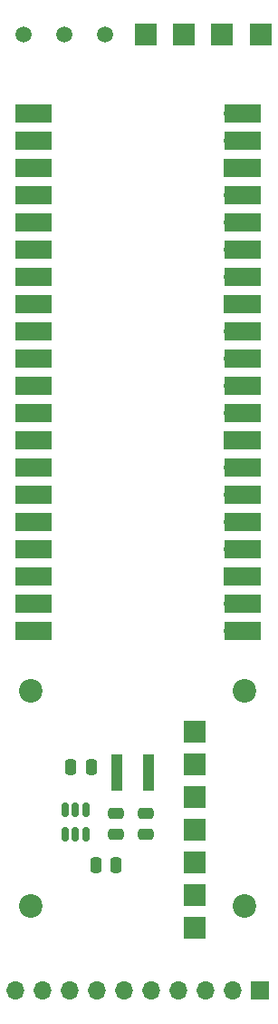
<source format=gbr>
%TF.GenerationSoftware,KiCad,Pcbnew,7.0.8*%
%TF.CreationDate,2024-02-25T19:39:46-05:00*%
%TF.ProjectId,P2,50322e6b-6963-4616-945f-706362585858,rev?*%
%TF.SameCoordinates,Original*%
%TF.FileFunction,Soldermask,Top*%
%TF.FilePolarity,Negative*%
%FSLAX46Y46*%
G04 Gerber Fmt 4.6, Leading zero omitted, Abs format (unit mm)*
G04 Created by KiCad (PCBNEW 7.0.8) date 2024-02-25 19:39:46*
%MOMM*%
%LPD*%
G01*
G04 APERTURE LIST*
G04 Aperture macros list*
%AMRoundRect*
0 Rectangle with rounded corners*
0 $1 Rounding radius*
0 $2 $3 $4 $5 $6 $7 $8 $9 X,Y pos of 4 corners*
0 Add a 4 corners polygon primitive as box body*
4,1,4,$2,$3,$4,$5,$6,$7,$8,$9,$2,$3,0*
0 Add four circle primitives for the rounded corners*
1,1,$1+$1,$2,$3*
1,1,$1+$1,$4,$5*
1,1,$1+$1,$6,$7*
1,1,$1+$1,$8,$9*
0 Add four rect primitives between the rounded corners*
20,1,$1+$1,$2,$3,$4,$5,0*
20,1,$1+$1,$4,$5,$6,$7,0*
20,1,$1+$1,$6,$7,$8,$9,0*
20,1,$1+$1,$8,$9,$2,$3,0*%
G04 Aperture macros list end*
%ADD10RoundRect,0.250000X-0.250000X-0.475000X0.250000X-0.475000X0.250000X0.475000X-0.250000X0.475000X0*%
%ADD11C,1.500000*%
%ADD12RoundRect,0.110000X-0.440000X-1.590000X0.440000X-1.590000X0.440000X1.590000X-0.440000X1.590000X0*%
%ADD13O,1.700000X1.700000*%
%ADD14R,3.500000X1.700000*%
%ADD15R,1.700000X1.700000*%
%ADD16C,2.200000*%
%ADD17R,2.000000X2.000000*%
%ADD18RoundRect,0.150000X0.150000X-0.512500X0.150000X0.512500X-0.150000X0.512500X-0.150000X-0.512500X0*%
%ADD19RoundRect,0.250000X-0.475000X0.250000X-0.475000X-0.250000X0.475000X-0.250000X0.475000X0.250000X0*%
G04 APERTURE END LIST*
D10*
%TO.C,C3*%
X143604000Y-103124000D03*
X145504000Y-103124000D03*
%TD*%
%TO.C,C2*%
X145928000Y-112268000D03*
X147828000Y-112268000D03*
%TD*%
D11*
%TO.C,TP1*%
X139192000Y-34798000D03*
%TD*%
D12*
%TO.C,L1*%
X147876000Y-103632000D03*
X150876000Y-103632000D03*
%TD*%
D13*
%TO.C,U1*%
X140970000Y-42164000D03*
D14*
X140070000Y-42164000D03*
D13*
X140970000Y-44704000D03*
D14*
X140070000Y-44704000D03*
D15*
X140970000Y-47244000D03*
D14*
X140070000Y-47244000D03*
D13*
X140970000Y-49784000D03*
D14*
X140070000Y-49784000D03*
D13*
X140970000Y-52324000D03*
D14*
X140070000Y-52324000D03*
D13*
X140970000Y-54864000D03*
D14*
X140070000Y-54864000D03*
D13*
X140970000Y-57404000D03*
D14*
X140070000Y-57404000D03*
D15*
X140970000Y-59944000D03*
D14*
X140070000Y-59944000D03*
D13*
X140970000Y-62484000D03*
D14*
X140070000Y-62484000D03*
D13*
X140970000Y-65024000D03*
D14*
X140070000Y-65024000D03*
D13*
X140970000Y-67564000D03*
D14*
X140070000Y-67564000D03*
D13*
X140970000Y-70104000D03*
D14*
X140070000Y-70104000D03*
D15*
X140970000Y-72644000D03*
D14*
X140070000Y-72644000D03*
D13*
X140970000Y-75184000D03*
D14*
X140070000Y-75184000D03*
D13*
X140970000Y-77724000D03*
D14*
X140070000Y-77724000D03*
D13*
X140970000Y-80264000D03*
D14*
X140070000Y-80264000D03*
D13*
X140970000Y-82804000D03*
D14*
X140070000Y-82804000D03*
D15*
X140970000Y-85344000D03*
D14*
X140070000Y-85344000D03*
D13*
X140970000Y-87884000D03*
D14*
X140070000Y-87884000D03*
D13*
X140970000Y-90424000D03*
D14*
X140070000Y-90424000D03*
D13*
X158750000Y-90424000D03*
D14*
X159650000Y-90424000D03*
D13*
X158750000Y-87884000D03*
D14*
X159650000Y-87884000D03*
D15*
X158750000Y-85344000D03*
D14*
X159650000Y-85344000D03*
D13*
X158750000Y-82804000D03*
D14*
X159650000Y-82804000D03*
D13*
X158750000Y-80264000D03*
D14*
X159650000Y-80264000D03*
D13*
X158750000Y-77724000D03*
D14*
X159650000Y-77724000D03*
D13*
X158750000Y-75184000D03*
D14*
X159650000Y-75184000D03*
D15*
X158750000Y-72644000D03*
D14*
X159650000Y-72644000D03*
D13*
X158750000Y-70104000D03*
D14*
X159650000Y-70104000D03*
D13*
X158750000Y-67564000D03*
D14*
X159650000Y-67564000D03*
D13*
X158750000Y-65024000D03*
D14*
X159650000Y-65024000D03*
D13*
X158750000Y-62484000D03*
D14*
X159650000Y-62484000D03*
D15*
X158750000Y-59944000D03*
D14*
X159650000Y-59944000D03*
D13*
X158750000Y-57404000D03*
D14*
X159650000Y-57404000D03*
D13*
X158750000Y-54864000D03*
D14*
X159650000Y-54864000D03*
D13*
X158750000Y-52324000D03*
D14*
X159650000Y-52324000D03*
D13*
X158750000Y-49784000D03*
D14*
X159650000Y-49784000D03*
D15*
X158750000Y-47244000D03*
D14*
X159650000Y-47244000D03*
D13*
X158750000Y-44704000D03*
D14*
X159650000Y-44704000D03*
D13*
X158750000Y-42164000D03*
D14*
X159650000Y-42164000D03*
%TD*%
D16*
%TO.C,H3*%
X159860000Y-116040000D03*
%TD*%
D17*
%TO.C,ESC1*%
X155194000Y-99822000D03*
X155194000Y-102870000D03*
X155194000Y-105918000D03*
X155194000Y-108966000D03*
X155194000Y-115062000D03*
X155194000Y-112014000D03*
X155194000Y-118110000D03*
%TD*%
D18*
%TO.C,Regulator1*%
X143068000Y-109341500D03*
X144018000Y-109341500D03*
X144968000Y-109341500D03*
X144968000Y-107066500D03*
X144018000Y-107066500D03*
X143068000Y-107066500D03*
%TD*%
D11*
%TO.C,TP3*%
X146812000Y-34798000D03*
%TD*%
D16*
%TO.C,H4*%
X139860000Y-116040000D03*
%TD*%
D19*
%TO.C,C4*%
X150622000Y-107442000D03*
X150622000Y-109342000D03*
%TD*%
D16*
%TO.C,H1*%
X159860000Y-96040000D03*
%TD*%
D11*
%TO.C,TP2*%
X143002000Y-34798000D03*
%TD*%
D17*
%TO.C,Radio1*%
X161360000Y-34798000D03*
X157734000Y-34798000D03*
X154178000Y-34798000D03*
X150622000Y-34798000D03*
%TD*%
D15*
%TO.C,MPU-9250-Breakout1*%
X161290000Y-123952000D03*
D13*
X158750000Y-123952000D03*
X156210000Y-123952000D03*
X153670000Y-123952000D03*
X151130000Y-123952000D03*
X148590000Y-123952000D03*
X146050000Y-123952000D03*
X143510000Y-123952000D03*
X140970000Y-123952000D03*
X138430000Y-123952000D03*
%TD*%
D16*
%TO.C,H2*%
X139860000Y-96040000D03*
%TD*%
D19*
%TO.C,C5*%
X147828000Y-107442000D03*
X147828000Y-109342000D03*
%TD*%
M02*

</source>
